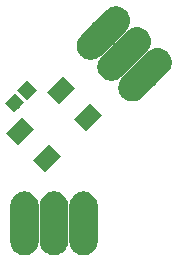
<source format=gbr>
G04 #@! TF.GenerationSoftware,KiCad,Pcbnew,(2017-05-31 revision c0bb8a30c)-makepkg*
G04 #@! TF.CreationDate,2017-07-13T16:12:39-05:00*
G04 #@! TF.ProjectId,45 Neo,3435204E656F2E6B696361645F706362,rev?*
G04 #@! TF.FileFunction,Soldermask,Top*
G04 #@! TF.FilePolarity,Negative*
%FSLAX46Y46*%
G04 Gerber Fmt 4.6, Leading zero omitted, Abs format (unit mm)*
G04 Created by KiCad (PCBNEW (2017-05-31 revision c0bb8a30c)-makepkg) date 07/13/17 16:12:39*
%MOMM*%
%LPD*%
G01*
G04 APERTURE LIST*
%ADD10C,0.100000*%
%ADD11C,1.150000*%
%ADD12C,2.400000*%
%ADD13C,1.400000*%
G04 APERTURE END LIST*
D10*
D11*
X97730330Y2880330D03*
D10*
G36*
X97712652Y2049480D02*
X96899480Y2862652D01*
X97748008Y3711180D01*
X98561180Y2898008D01*
X97712652Y2049480D01*
X97712652Y2049480D01*
G37*
D11*
X96669670Y1819670D03*
D10*
G36*
X96651992Y988820D02*
X95838820Y1801992D01*
X96687348Y2650520D01*
X97500520Y1837348D01*
X96651992Y988820D01*
X96651992Y988820D01*
G37*
G36*
X108885744Y6426813D02*
X109002231Y6409533D01*
X109116465Y6380919D01*
X109227343Y6341246D01*
X109333799Y6290897D01*
X109434807Y6230355D01*
X109529395Y6160204D01*
X109616651Y6081119D01*
X109616653Y6081117D01*
X109695738Y5993861D01*
X109765889Y5899273D01*
X109826431Y5798265D01*
X109876780Y5691809D01*
X109916453Y5580931D01*
X109945067Y5466697D01*
X109962347Y5350210D01*
X109968125Y5232589D01*
X109962347Y5114968D01*
X109945067Y4998481D01*
X109916453Y4884247D01*
X109876780Y4773369D01*
X109826431Y4666913D01*
X109765889Y4565905D01*
X109695738Y4471317D01*
X109616653Y4384061D01*
X107495333Y2262741D01*
X107408077Y2183656D01*
X107313489Y2113505D01*
X107212481Y2052963D01*
X107106025Y2002614D01*
X106995147Y1962941D01*
X106880913Y1934327D01*
X106764426Y1917047D01*
X106646805Y1911269D01*
X106529184Y1917047D01*
X106412697Y1934327D01*
X106298463Y1962941D01*
X106187585Y2002614D01*
X106081129Y2052963D01*
X105980121Y2113505D01*
X105885533Y2183656D01*
X105798277Y2262741D01*
X105798275Y2262743D01*
X105719190Y2349999D01*
X105649039Y2444587D01*
X105588497Y2545595D01*
X105538148Y2652051D01*
X105498475Y2762929D01*
X105469861Y2877163D01*
X105452581Y2993650D01*
X105446803Y3111271D01*
X105452581Y3228892D01*
X105469861Y3345379D01*
X105498475Y3459613D01*
X105538148Y3570491D01*
X105588497Y3676947D01*
X105649039Y3777955D01*
X105719190Y3872543D01*
X105798275Y3959799D01*
X107919595Y6081119D01*
X108006851Y6160204D01*
X108101439Y6230355D01*
X108202447Y6290897D01*
X108308903Y6341246D01*
X108419781Y6380919D01*
X108534015Y6409533D01*
X108650502Y6426813D01*
X108768123Y6432591D01*
X108885744Y6426813D01*
X108885744Y6426813D01*
G37*
D12*
X107707464Y4171930D03*
D10*
G36*
X105350210Y9962347D02*
X105466697Y9945067D01*
X105580931Y9916453D01*
X105691809Y9876780D01*
X105798265Y9826431D01*
X105899273Y9765889D01*
X105993861Y9695738D01*
X106081117Y9616653D01*
X106081119Y9616651D01*
X106160204Y9529395D01*
X106230355Y9434807D01*
X106290897Y9333799D01*
X106341246Y9227343D01*
X106380919Y9116465D01*
X106409533Y9002231D01*
X106426813Y8885744D01*
X106432591Y8768123D01*
X106426813Y8650502D01*
X106409533Y8534015D01*
X106380919Y8419781D01*
X106341246Y8308903D01*
X106290897Y8202447D01*
X106230355Y8101439D01*
X106160204Y8006851D01*
X106081119Y7919595D01*
X103959799Y5798275D01*
X103872543Y5719190D01*
X103777955Y5649039D01*
X103676947Y5588497D01*
X103570491Y5538148D01*
X103459613Y5498475D01*
X103345379Y5469861D01*
X103228892Y5452581D01*
X103111271Y5446803D01*
X102993650Y5452581D01*
X102877163Y5469861D01*
X102762929Y5498475D01*
X102652051Y5538148D01*
X102545595Y5588497D01*
X102444587Y5649039D01*
X102349999Y5719190D01*
X102262743Y5798275D01*
X102262741Y5798277D01*
X102183656Y5885533D01*
X102113505Y5980121D01*
X102052963Y6081129D01*
X102002614Y6187585D01*
X101962941Y6298463D01*
X101934327Y6412697D01*
X101917047Y6529184D01*
X101911269Y6646805D01*
X101917047Y6764426D01*
X101934327Y6880913D01*
X101962941Y6995147D01*
X102002614Y7106025D01*
X102052963Y7212481D01*
X102113505Y7313489D01*
X102183656Y7408077D01*
X102262741Y7495333D01*
X104384061Y9616653D01*
X104471317Y9695738D01*
X104565905Y9765889D01*
X104666913Y9826431D01*
X104773369Y9876780D01*
X104884247Y9916453D01*
X104998481Y9945067D01*
X105114968Y9962347D01*
X105232589Y9968125D01*
X105350210Y9962347D01*
X105350210Y9962347D01*
G37*
D12*
X104171930Y7707464D03*
D10*
G36*
X107117977Y8194580D02*
X107234464Y8177300D01*
X107348698Y8148686D01*
X107459576Y8109013D01*
X107566032Y8058664D01*
X107667040Y7998122D01*
X107761628Y7927971D01*
X107848884Y7848886D01*
X107848886Y7848884D01*
X107927971Y7761628D01*
X107998122Y7667040D01*
X108058664Y7566032D01*
X108109013Y7459576D01*
X108148686Y7348698D01*
X108177300Y7234464D01*
X108194580Y7117977D01*
X108200358Y7000356D01*
X108194580Y6882735D01*
X108177300Y6766248D01*
X108148686Y6652014D01*
X108109013Y6541136D01*
X108058664Y6434680D01*
X107998122Y6333672D01*
X107927971Y6239084D01*
X107848886Y6151828D01*
X105727566Y4030508D01*
X105640310Y3951423D01*
X105545722Y3881272D01*
X105444714Y3820730D01*
X105338258Y3770381D01*
X105227380Y3730708D01*
X105113146Y3702094D01*
X104996659Y3684814D01*
X104879038Y3679036D01*
X104761417Y3684814D01*
X104644930Y3702094D01*
X104530696Y3730708D01*
X104419818Y3770381D01*
X104313362Y3820730D01*
X104212354Y3881272D01*
X104117766Y3951423D01*
X104030510Y4030508D01*
X104030508Y4030510D01*
X103951423Y4117766D01*
X103881272Y4212354D01*
X103820730Y4313362D01*
X103770381Y4419818D01*
X103730708Y4530696D01*
X103702094Y4644930D01*
X103684814Y4761417D01*
X103679036Y4879038D01*
X103684814Y4996659D01*
X103702094Y5113146D01*
X103730708Y5227380D01*
X103770381Y5338258D01*
X103820730Y5444714D01*
X103881272Y5545722D01*
X103951423Y5640310D01*
X104030508Y5727566D01*
X106151828Y7848886D01*
X106239084Y7927971D01*
X106333672Y7998122D01*
X106434680Y8058664D01*
X106541136Y8109013D01*
X106652014Y8148686D01*
X106766248Y8177300D01*
X106882735Y8194580D01*
X107000356Y8200358D01*
X107117977Y8194580D01*
X107117977Y8194580D01*
G37*
D12*
X105939697Y5939697D03*
D13*
X99398959Y-2863782D03*
D10*
G36*
X99222182Y-4030508D02*
X98232233Y-3040559D01*
X99575736Y-1697056D01*
X100565685Y-2687005D01*
X99222182Y-4030508D01*
X99222182Y-4030508D01*
G37*
D13*
X97136218Y-601041D03*
D10*
G36*
X96959441Y-1767767D02*
X95969492Y-777818D01*
X97312995Y565685D01*
X98302944Y-424264D01*
X96959441Y-1767767D01*
X96959441Y-1767767D01*
G37*
D13*
X100601041Y2863782D03*
D10*
G36*
X100424264Y1697056D02*
X99434315Y2687005D01*
X100777818Y4030508D01*
X101767767Y3040559D01*
X100424264Y1697056D01*
X100424264Y1697056D01*
G37*
D13*
X102863782Y601041D03*
D10*
G36*
X102687005Y-565685D02*
X101697056Y424264D01*
X103040559Y1767767D01*
X104030508Y777818D01*
X102687005Y-565685D01*
X102687005Y-565685D01*
G37*
G36*
X100117622Y-5705778D02*
X100234109Y-5723058D01*
X100348343Y-5751672D01*
X100459221Y-5791345D01*
X100565677Y-5841694D01*
X100666685Y-5902236D01*
X100761273Y-5972387D01*
X100848529Y-6051472D01*
X100927614Y-6138728D01*
X100997765Y-6233316D01*
X101058307Y-6334324D01*
X101108656Y-6440780D01*
X101148329Y-6551658D01*
X101176943Y-6665892D01*
X101194223Y-6782379D01*
X101200001Y-6900000D01*
X101200001Y-9900000D01*
X101194223Y-10017621D01*
X101176943Y-10134108D01*
X101148329Y-10248342D01*
X101108656Y-10359220D01*
X101058307Y-10465676D01*
X100997765Y-10566684D01*
X100927614Y-10661272D01*
X100848529Y-10748528D01*
X100761273Y-10827613D01*
X100666685Y-10897764D01*
X100565677Y-10958306D01*
X100459221Y-11008655D01*
X100348343Y-11048328D01*
X100234109Y-11076942D01*
X100117622Y-11094222D01*
X100000001Y-11100000D01*
X99999999Y-11100000D01*
X99882378Y-11094222D01*
X99765891Y-11076942D01*
X99651657Y-11048328D01*
X99540779Y-11008655D01*
X99434323Y-10958306D01*
X99333315Y-10897764D01*
X99238727Y-10827613D01*
X99151471Y-10748528D01*
X99072386Y-10661272D01*
X99002235Y-10566684D01*
X98941693Y-10465676D01*
X98891344Y-10359220D01*
X98851671Y-10248342D01*
X98823057Y-10134108D01*
X98805777Y-10017621D01*
X98799999Y-9900000D01*
X98799999Y-6900000D01*
X98805777Y-6782379D01*
X98823057Y-6665892D01*
X98851671Y-6551658D01*
X98891344Y-6440780D01*
X98941693Y-6334324D01*
X99002235Y-6233316D01*
X99072386Y-6138728D01*
X99151471Y-6051472D01*
X99238727Y-5972387D01*
X99333315Y-5902236D01*
X99434323Y-5841694D01*
X99540779Y-5791345D01*
X99651657Y-5751672D01*
X99765891Y-5723058D01*
X99882378Y-5705778D01*
X99999999Y-5700000D01*
X100000001Y-5700000D01*
X100117622Y-5705778D01*
X100117622Y-5705778D01*
G37*
D12*
X100000000Y-8400000D03*
D10*
G36*
X102617622Y-5705778D02*
X102734109Y-5723058D01*
X102848343Y-5751672D01*
X102959221Y-5791345D01*
X103065677Y-5841694D01*
X103166685Y-5902236D01*
X103261273Y-5972387D01*
X103348529Y-6051472D01*
X103427614Y-6138728D01*
X103497765Y-6233316D01*
X103558307Y-6334324D01*
X103608656Y-6440780D01*
X103648329Y-6551658D01*
X103676943Y-6665892D01*
X103694223Y-6782379D01*
X103700001Y-6900000D01*
X103700001Y-9900000D01*
X103694223Y-10017621D01*
X103676943Y-10134108D01*
X103648329Y-10248342D01*
X103608656Y-10359220D01*
X103558307Y-10465676D01*
X103497765Y-10566684D01*
X103427614Y-10661272D01*
X103348529Y-10748528D01*
X103261273Y-10827613D01*
X103166685Y-10897764D01*
X103065677Y-10958306D01*
X102959221Y-11008655D01*
X102848343Y-11048328D01*
X102734109Y-11076942D01*
X102617622Y-11094222D01*
X102500001Y-11100000D01*
X102499999Y-11100000D01*
X102382378Y-11094222D01*
X102265891Y-11076942D01*
X102151657Y-11048328D01*
X102040779Y-11008655D01*
X101934323Y-10958306D01*
X101833315Y-10897764D01*
X101738727Y-10827613D01*
X101651471Y-10748528D01*
X101572386Y-10661272D01*
X101502235Y-10566684D01*
X101441693Y-10465676D01*
X101391344Y-10359220D01*
X101351671Y-10248342D01*
X101323057Y-10134108D01*
X101305777Y-10017621D01*
X101299999Y-9900000D01*
X101299999Y-6900000D01*
X101305777Y-6782379D01*
X101323057Y-6665892D01*
X101351671Y-6551658D01*
X101391344Y-6440780D01*
X101441693Y-6334324D01*
X101502235Y-6233316D01*
X101572386Y-6138728D01*
X101651471Y-6051472D01*
X101738727Y-5972387D01*
X101833315Y-5902236D01*
X101934323Y-5841694D01*
X102040779Y-5791345D01*
X102151657Y-5751672D01*
X102265891Y-5723058D01*
X102382378Y-5705778D01*
X102499999Y-5700000D01*
X102500001Y-5700000D01*
X102617622Y-5705778D01*
X102617622Y-5705778D01*
G37*
D12*
X102500000Y-8400000D03*
D10*
G36*
X97617622Y-5705778D02*
X97734109Y-5723058D01*
X97848343Y-5751672D01*
X97959221Y-5791345D01*
X98065677Y-5841694D01*
X98166685Y-5902236D01*
X98261273Y-5972387D01*
X98348529Y-6051472D01*
X98427614Y-6138728D01*
X98497765Y-6233316D01*
X98558307Y-6334324D01*
X98608656Y-6440780D01*
X98648329Y-6551658D01*
X98676943Y-6665892D01*
X98694223Y-6782379D01*
X98700001Y-6900000D01*
X98700001Y-9900000D01*
X98694223Y-10017621D01*
X98676943Y-10134108D01*
X98648329Y-10248342D01*
X98608656Y-10359220D01*
X98558307Y-10465676D01*
X98497765Y-10566684D01*
X98427614Y-10661272D01*
X98348529Y-10748528D01*
X98261273Y-10827613D01*
X98166685Y-10897764D01*
X98065677Y-10958306D01*
X97959221Y-11008655D01*
X97848343Y-11048328D01*
X97734109Y-11076942D01*
X97617622Y-11094222D01*
X97500001Y-11100000D01*
X97499999Y-11100000D01*
X97382378Y-11094222D01*
X97265891Y-11076942D01*
X97151657Y-11048328D01*
X97040779Y-11008655D01*
X96934323Y-10958306D01*
X96833315Y-10897764D01*
X96738727Y-10827613D01*
X96651471Y-10748528D01*
X96572386Y-10661272D01*
X96502235Y-10566684D01*
X96441693Y-10465676D01*
X96391344Y-10359220D01*
X96351671Y-10248342D01*
X96323057Y-10134108D01*
X96305777Y-10017621D01*
X96299999Y-9900000D01*
X96299999Y-6900000D01*
X96305777Y-6782379D01*
X96323057Y-6665892D01*
X96351671Y-6551658D01*
X96391344Y-6440780D01*
X96441693Y-6334324D01*
X96502235Y-6233316D01*
X96572386Y-6138728D01*
X96651471Y-6051472D01*
X96738727Y-5972387D01*
X96833315Y-5902236D01*
X96934323Y-5841694D01*
X97040779Y-5791345D01*
X97151657Y-5751672D01*
X97265891Y-5723058D01*
X97382378Y-5705778D01*
X97499999Y-5700000D01*
X97500001Y-5700000D01*
X97617622Y-5705778D01*
X97617622Y-5705778D01*
G37*
D12*
X97500000Y-8400000D03*
M02*

</source>
